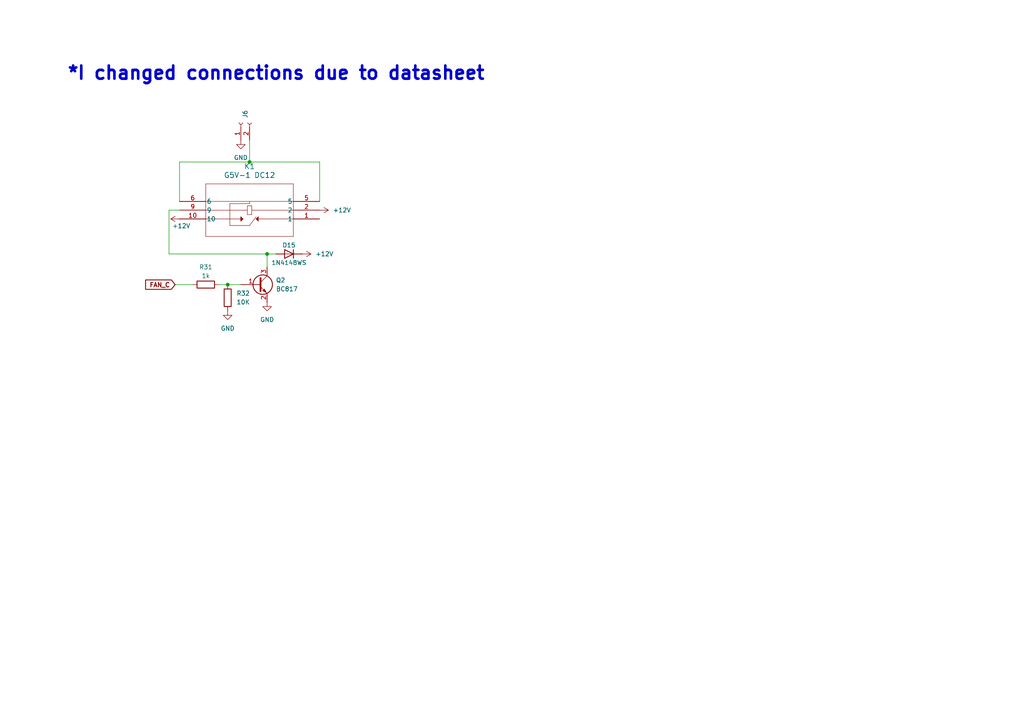
<source format=kicad_sch>
(kicad_sch (version 20231120) (generator "eeschema") (generator_version "8.0")
  (paper "A4")
  (lib_symbols
    (symbol "Connector:Conn_01x02_Socket" (pin_names (offset 1.016) hide)
      (property "Reference" "J" (at 0 2.54 0))
      (property "Value" "Conn_01x02_Socket" (at 0 -5.08 0))
      (symbol "Conn_01x02_Socket_1_1"
        (arc (start 0 -2.032) (mid -0.5058 -2.54) (end 0 -3.048) (stroke (width 0.1524)))
        (polyline (pts (xy -1.27 -2.54) (xy -0.508 -2.54)) (stroke (width 0.1524)))
        (polyline (pts (xy -1.27 0) (xy -0.508 0)) (stroke (width 0.1524)))
        (arc (start 0 0.508) (mid -0.5058 0) (end 0 -0.508) (stroke (width 0.1524)))
        (pin passive line (at -5.08 0 0) (length 3.81) (name "Pin_1") (number "1"))
        (pin passive line (at -5.08 -2.54 0) (length 3.81) (name "Pin_2") (number "2"))
      )
    )
    (symbol "Device:R" (pin_numbers hide) (pin_names (offset 0))
      (property "Reference" "R" (at 2.032 0 90))
      (property "Value" "R" (at 0 0 90))
      (symbol "R_0_1"
        (rectangle (start -1.016 -2.54) (end 1.016 2.54) (stroke (width 0.254)))
      )
      (symbol "R_1_1"
        (pin passive line (at 0 3.81 270) (length 1.27) (name "~") (number "1"))
        (pin passive line (at 0 -3.81 90) (length 1.27) (name "~") (number "2"))
      )
    )
    (symbol "Diode:1N4148WS" (pin_numbers hide) (pin_names hide)
      (property "Reference" "D" (at 0 2.54 0))
      (property "Value" "1N4148WS" (at 0 -2.54 0))
      (symbol "1N4148WS_0_1"
        (polyline (pts (xy -1.27 1.27) (xy -1.27 -1.27)) (stroke (width 0.254)))
        (polyline (pts (xy 1.27 0) (xy -1.27 0)))
        (polyline (pts (xy 1.27 1.27) (xy 1.27 -1.27) (xy -1.27 0) (xy 1.27 1.27)) (stroke (width 0.254)))
      )
      (symbol "1N4148WS_1_1"
        (pin passive line (at -3.81 0 0) (length 2.54) (name "K") (number "1"))
        (pin passive line (at 3.81 0 180) (length 2.54) (name "A") (number "2"))
      )
    )
    (symbol "G5V_1_DC12:G5V-1_DC12" (pin_names (offset 0.254))
      (property "Reference" "K" (at 20.32 10.16 0))
      (property "Value" "G5V-1 DC12" (at 20.32 7.62 0))
      (symbol "G5V-1_DC12_0_1"
        (polyline (pts (xy 7.62 -10.16) (xy 33.02 -10.16)) (stroke (width 0.127)))
        (polyline (pts (xy 7.62 -5.08) (xy 33.02 -5.08)) (stroke (width 0.127)))
        (polyline (pts (xy 7.62 -2.54) (xy 19.685 -2.54)) (stroke (width 0.127)))
        (polyline (pts (xy 7.62 5.08) (xy 7.62 -10.16)) (stroke (width 0.127)))
        (polyline (pts (xy 17.78 -0.635) (xy 17.78 0.635)) (stroke (width 0.127)))
        (polyline (pts (xy 17.78 -0.635) (xy 18.415 0)) (stroke (width 0.127)))
        (polyline (pts (xy 17.78 0) (xy 7.62 0)) (stroke (width 0.127)))
        (polyline (pts (xy 18.415 -0.635) (xy 20.32 1.905)) (stroke (width 0.127)))
        (polyline (pts (xy 18.415 0) (xy 17.78 0.635)) (stroke (width 0.127)))
        (polyline (pts (xy 19.685 -3.81) (xy 20.955 -3.81)) (stroke (width 0.127)))
        (polyline (pts (xy 19.685 -1.27) (xy 19.685 -3.81)) (stroke (width 0.127)))
        (polyline (pts (xy 19.685 -1.27) (xy 20.955 -1.27)) (stroke (width 0.127)))
        (polyline (pts (xy 20.32 -4.445) (xy 20.32 -5.08)) (stroke (width 0.127)))
        (polyline (pts (xy 20.32 1.905) (xy 26.035 1.905)) (stroke (width 0.127)))
        (polyline (pts (xy 20.955 -3.81) (xy 20.955 -1.27)) (stroke (width 0.127)))
        (polyline (pts (xy 20.955 -2.54) (xy 33.02 -2.54)) (stroke (width 0.127)))
        (polyline (pts (xy 22.225 0) (xy 22.86 -0.635)) (stroke (width 0.127)))
        (polyline (pts (xy 22.225 0) (xy 22.86 0.635)) (stroke (width 0.127)))
        (polyline (pts (xy 22.86 -0.635) (xy 22.86 0.635)) (stroke (width 0.127)))
        (polyline (pts (xy 22.86 0) (xy 33.02 0)) (stroke (width 0.127)))
        (polyline (pts (xy 26.035 -4.445) (xy 20.32 -4.445)) (stroke (width 0.127)))
        (polyline (pts (xy 26.035 1.905) (xy 26.035 -4.445)) (stroke (width 0.127)))
        (polyline (pts (xy 33.02 -10.16) (xy 33.02 5.08)) (stroke (width 0.127)))
        (polyline (pts (xy 33.02 5.08) (xy 7.62 5.08)) (stroke (width 0.127)))
        (polyline (pts (xy 17.78 0.635) (xy 18.415 0) (xy 17.78 -0.635)) (fill (type outline)))
        (polyline (pts (xy 22.225 0) (xy 22.86 0.635) (xy 22.86 -0.635)) (fill (type outline)))
        (pin unspecified line (at 0 0 0) (length 7.62) (name "1") (number "1"))
        (pin unspecified line (at 40.64 0 180) (length 7.62) (name "10") (number "10"))
        (pin unspecified line (at 0 -2.54 0) (length 7.62) (name "2") (number "2"))
        (pin unspecified line (at 0 -5.08 0) (length 7.62) (name "5") (number "5"))
        (pin unspecified line (at 40.64 -5.08 180) (length 7.62) (name "6") (number "6"))
        (pin unspecified line (at 40.64 -2.54 180) (length 7.62) (name "9") (number "9"))
      )
    )
    (symbol "Transistor_BJT:BC817" (pin_names (offset 0) hide)
      (property "Reference" "Q" (at 5.08 1.905 0))
      (property "Value" "BC817" (at 5.08 0 0))
      (symbol "BC817_0_1"
        (polyline (pts (xy 0.635 0.635) (xy 2.54 2.54)))
        (polyline (pts (xy 0.635 -0.635) (xy 2.54 -2.54) (xy 2.54 -2.54)))
        (polyline (pts (xy 0.635 1.905) (xy 0.635 -1.905) (xy 0.635 -1.905)) (stroke (width 0.508)))
        (polyline (pts (xy 1.27 -1.778) (xy 1.778 -1.27) (xy 2.286 -2.286) (xy 1.27 -1.778) (xy 1.27 -1.778)) (fill (type outline)))
        (circle (center 1.27 0) (radius 2.8194) (stroke (width 0.254)))
      )
      (symbol "BC817_1_1"
        (pin input line (at -5.08 0 0) (length 5.715) (name "B") (number "1"))
        (pin passive line (at 2.54 -5.08 90) (length 2.54) (name "E") (number "2"))
        (pin passive line (at 2.54 5.08 270) (length 2.54) (name "C") (number "3"))
      )
    )
    (symbol "power:+12V" (power) (pin_numbers hide) (pin_names (offset 0) hide)
      (property "Value" "+12V" (at 0 3.556 0))
      (symbol "+12V_0_1"
        (polyline (pts (xy -0.762 1.27) (xy 0 2.54)))
        (polyline (pts (xy 0 0) (xy 0 2.54)))
        (polyline (pts (xy 0 2.54) (xy 0.762 1.27)))
      )
      (symbol "+12V_1_1"
        (pin power_in line (at 0 0 90) (length 0) (name "~") (number "1"))
      )
    )
    (symbol "power:GND" (power) (pin_numbers hide) (pin_names (offset 0) hide)
      (property "Value" "GND" (at 0 -3.81 0))
      (symbol "GND_0_1"
        (polyline (pts (xy 0 0) (xy 0 -1.27) (xy 1.27 -1.27) (xy 0 -2.54) (xy -1.27 -1.27) (xy 0 -1.27)))
      )
      (symbol "GND_1_1"
        (pin power_in line (at 0 0 270) (length 0) (name "~") (number "1"))
      )
    )
  )
  (junction (at 72.39 46.99))
  (junction (at 77.47 73.66))
  (junction (at 66.04 82.55))
  (wire (pts (xy 92.71 58.42) (xy 92.71 46.99)))
  (wire (pts (xy 77.47 73.66) (xy 77.47 77.47)))
  (wire (pts (xy 52.07 46.99) (xy 72.39 46.99)))
  (wire (pts (xy 52.07 58.42) (xy 52.07 46.99)))
  (wire (pts (xy 49.022 73.66) (xy 77.47 73.66)))
  (wire (pts (xy 66.04 82.55) (xy 69.85 82.55)))
  (wire (pts (xy 77.47 73.66) (xy 80.01 73.66)))
  (wire (pts (xy 63.5 82.55) (xy 66.04 82.55)))
  (wire (pts (xy 52.07 60.96) (xy 49.022 60.96)))
  (wire (pts (xy 92.71 46.99) (xy 72.39 46.99)))
  (wire (pts (xy 49.022 60.96) (xy 49.022 73.66)))
  (wire (pts (xy 72.39 46.99) (xy 72.39 40.64)))
  (wire (pts (xy 50.8 82.55) (xy 55.88 82.55)))
  (text "*I changed connections due to datasheet " (at 81.534 21.336 0) (effects (font (size 3.81 3.81) (thickness 0.762) (bold yes))))
  (global_label "FAN_C" (shape input) (at 50.8 82.55 180) (effects (font (thickness 0.254) (bold yes))) (property "Intersheetrefs" "${INTERSHEET_REFS}" (effects (hide yes))))
  (symbol (lib_id "Transistor_BJT:BC817") (at 74.93 82.55 0) (unit 1)
    (property "Reference" "Q2" (at 80.01 81.2799 0) (effects (justify left)))
    (property "Value" "BC817" (at 80.01 83.8199 0) (effects (justify left)))
    (property "Footprint" "Package_TO_SOT_SMD:SOT-23" (effects (hide yes)))
    (property "Datasheet" "https://www.onsemi.com/pub/Collateral/BC818-D.pdf" (effects (hide yes)))
    (property "Description" "0.8A Ic, 45V Vce, NPN Transistor, SOT-23" (effects (hide yes)))
  )
  (symbol (lib_id "power:GND") (at 77.47 87.63 0) (unit 1)
    (property "Reference" "#PWR077" (effects (hide yes)))
    (property "Value" "GND" (at 77.47 92.71 0))
    (property "Description" "Power symbol creates a global label with name \"GND\" , ground" (effects (hide yes)))
  )
  (symbol (lib_id "power:+12V") (at 52.07 63.5 90) (unit 1)
    (property "Reference" "#PWR078" (effects (hide yes)))
    (property "Value" "+12V" (at 52.578 65.532 90))
    (property "Description" "Power symbol creates a global label with name \"+12V\"" (effects (hide yes)))
  )
  (symbol (lib_id "power:+12V") (at 92.71 60.96 270) (unit 1)
    (property "Reference" "#PWR075" (effects (hide yes)))
    (property "Value" "+12V" (at 96.52 60.9599 90) (effects (justify left)))
    (property "Description" "Power symbol creates a global label with name \"+12V\"" (effects (hide yes)))
  )
  (symbol (lib_id "Connector:Conn_01x02_Socket") (at 69.85 35.56 90) (unit 1)
    (property "Reference" "J6" (at 71.1199 34.29 0) (effects (justify left)))
    (property "Value" "Conn_01x02_Socket" (effects (hide yes)))
    (property "Footprint" "Connector_JST:JST_XA_B02B-XASK-1_1x02_P2.50mm_Vertical" (effects (hide yes)))
    (property "Description" "Generic connector, single row, 01x02, script generated" (effects (hide yes)))
  )
  (symbol (lib_id "G5V_1_DC12:G5V-1_DC12") (at 92.71 63.5 180) (unit 1)
    (property "Reference" "K1" (at 72.39 48.26 0) (effects (font (size 1.524 1.524))))
    (property "Value" "G5V-1 DC12" (at 72.39 50.8 0) (effects (font (size 1.524 1.524))))
    (property "Footprint" "G5V_1:G5V_1" (effects (hide yes)))
    (property "Datasheet" "G5V-1 DC12" (effects (hide yes)))
  )
  (symbol (lib_id "Diode:1N4148WS") (at 83.82 73.66 180) (unit 1)
    (property "Reference" "D15" (at 83.82 71.12 0))
    (property "Value" "1N4148WS" (at 83.82 76.2 0))
    (property "Footprint" "Diode_SMD:D_SOD-323" (effects (hide yes)))
    (property "Datasheet" "https://www.vishay.com/docs/85751/1n4148ws.pdf" (effects (hide yes)))
    (property "Description" "75V 0.15A Fast switching Diode, SOD-323" (effects (hide yes)))
    (property "Sim.Device" "D" (effects (hide yes)))
    (property "Sim.Pins" "1=K 2=A" (effects (hide yes)))
  )
  (symbol (lib_id "power:+12V") (at 87.63 73.66 270) (unit 1)
    (property "Reference" "#PWR079" (effects (hide yes)))
    (property "Value" "+12V" (at 91.44 73.6599 90) (effects (justify left)))
    (property "Description" "Power symbol creates a global label with name \"+12V\"" (effects (hide yes)))
  )
  (symbol (lib_id "Device:R") (at 66.04 86.36 0) (unit 1)
    (property "Reference" "R32" (at 68.58 85.0899 0) (effects (justify left)))
    (property "Value" "10K" (at 68.58 87.6299 0) (effects (justify left)))
    (property "Footprint" "Resistor_SMD:R_0603_1608Metric" (effects (hide yes)))
    (property "Datasheet" "CRT03F7E1002" (effects (hide yes)))
    (property "Description" "Resistor" (effects (hide yes)))
  )
  (symbol (lib_id "Device:R") (at 59.69 82.55 90) (unit 1)
    (property "Reference" "R31" (at 59.69 77.47 90))
    (property "Value" "1k" (at 59.69 80.01 90))
    (property "Footprint" "Resistor_SMD:R_0603_1608Metric" (effects (hide yes)))
    (property "Datasheet" "CRT03J7E1001" (effects (hide yes)))
    (property "Description" "Resistor" (effects (hide yes)))
  )
  (symbol (lib_id "power:GND") (at 69.85 40.64 0) (unit 1)
    (property "Reference" "#PWR080" (effects (hide yes)))
    (property "Value" "GND" (at 69.85 45.72 0))
    (property "Description" "Power symbol creates a global label with name \"GND\" , ground" (effects (hide yes)))
  )
  (symbol (lib_id "power:GND") (at 66.04 90.17 0) (unit 1)
    (property "Reference" "#PWR076" (effects (hide yes)))
    (property "Value" "GND" (at 66.04 95.25 0))
    (property "Description" "Power symbol creates a global label with name \"GND\" , ground" (effects (hide yes)))
  )
)
</source>
